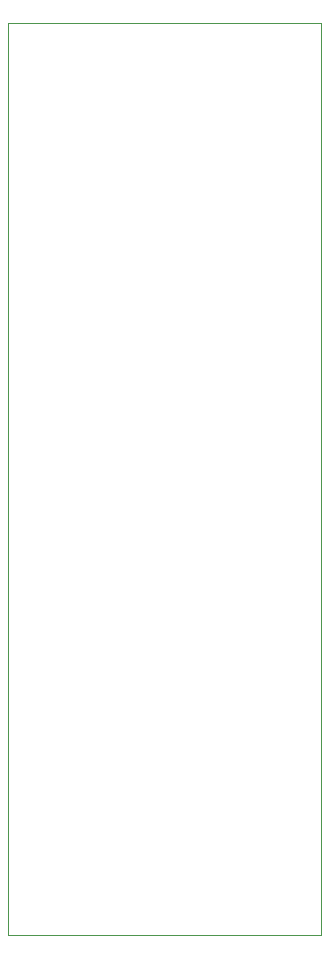
<source format=gbr>
%TF.GenerationSoftware,KiCad,Pcbnew,7.0.6-0*%
%TF.CreationDate,2023-07-17T22:06:51-07:00*%
%TF.ProjectId,84CP01,38344350-3031-42e6-9b69-6361645f7063,rev?*%
%TF.SameCoordinates,Original*%
%TF.FileFunction,Profile,NP*%
%FSLAX46Y46*%
G04 Gerber Fmt 4.6, Leading zero omitted, Abs format (unit mm)*
G04 Created by KiCad (PCBNEW 7.0.6-0) date 2023-07-17 22:06:51*
%MOMM*%
%LPD*%
G01*
G04 APERTURE LIST*
%TA.AperFunction,Profile*%
%ADD10C,0.100000*%
%TD*%
G04 APERTURE END LIST*
D10*
X96012000Y-51054000D02*
X122479000Y-51054000D01*
X122479000Y-128232000D01*
X96012000Y-128232000D01*
X96012000Y-51054000D01*
M02*

</source>
